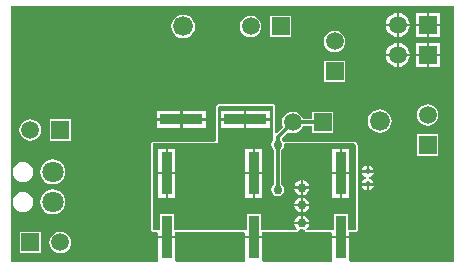
<source format=gbl>
G04 Layer_Physical_Order=2*
G04 Layer_Color=16711680*
%FSLAX24Y24*%
%MOIN*%
G70*
G01*
G75*
%ADD19C,0.0120*%
%ADD20C,0.0661*%
%ADD21C,0.0591*%
%ADD22R,0.0591X0.0591*%
%ADD23R,0.0591X0.0591*%
%ADD24C,0.0709*%
%ADD25C,0.0300*%
%ADD26C,0.0197*%
%ADD27R,0.0358X0.1433*%
%ADD28R,0.1433X0.0358*%
G36*
X14888Y112D02*
X11426D01*
X11379Y120D01*
X11379Y162D01*
Y897D01*
X10821D01*
Y162D01*
X10821Y120D01*
X10774Y112D01*
X8526D01*
X8479Y120D01*
X8479Y162D01*
Y897D01*
X7921D01*
Y162D01*
X7921Y120D01*
X7874Y112D01*
X5626D01*
X5579Y120D01*
X5579Y162D01*
Y897D01*
X5021D01*
Y162D01*
X5021Y120D01*
X4974Y112D01*
X112D01*
Y2092D01*
X162Y2095D01*
X173Y2012D01*
X207Y1931D01*
X261Y1861D01*
X331Y1807D01*
X412Y1773D01*
X500Y1762D01*
X588Y1773D01*
X669Y1807D01*
X739Y1861D01*
X793Y1931D01*
X827Y2012D01*
X838Y2100D01*
X827Y2188D01*
X793Y2269D01*
X739Y2339D01*
X669Y2393D01*
X588Y2427D01*
X500Y2438D01*
X412Y2427D01*
X331Y2393D01*
X261Y2339D01*
X207Y2269D01*
X173Y2188D01*
X162Y2105D01*
X112Y2108D01*
Y3092D01*
X162Y3095D01*
X173Y3012D01*
X207Y2931D01*
X261Y2861D01*
X331Y2807D01*
X412Y2773D01*
X500Y2762D01*
X588Y2773D01*
X669Y2807D01*
X739Y2861D01*
X793Y2931D01*
X827Y3012D01*
X838Y3100D01*
X827Y3188D01*
X793Y3269D01*
X739Y3339D01*
X669Y3393D01*
X588Y3427D01*
X500Y3438D01*
X412Y3427D01*
X331Y3393D01*
X261Y3339D01*
X207Y3269D01*
X173Y3188D01*
X162Y3105D01*
X112Y3108D01*
Y8638D01*
X14888D01*
Y112D01*
D02*
G37*
%LPC*%
G36*
X7035Y5365D02*
X6989Y5346D01*
X6954Y5311D01*
X6935Y5265D01*
X6935Y4150D01*
X6900Y4115D01*
X4850D01*
X4804Y4096D01*
X4785Y4050D01*
Y1150D01*
X4804Y1104D01*
X4850Y1085D01*
X4986D01*
X5021Y1050D01*
Y977D01*
X5579D01*
Y1085D01*
X7886D01*
X7921Y1050D01*
Y977D01*
X8479D01*
Y1085D01*
X9634D01*
X9649Y1091D01*
X9665Y1093D01*
X9671Y1100D01*
X9680Y1104D01*
X9686Y1119D01*
X9696Y1131D01*
X9704Y1158D01*
X9712Y1181D01*
X9760Y1194D01*
X9800Y1186D01*
X9840Y1194D01*
X9888Y1181D01*
X9896Y1158D01*
X9904Y1131D01*
X9914Y1119D01*
X9920Y1104D01*
X9929Y1100D01*
X9935Y1093D01*
X9951Y1091D01*
X9966Y1085D01*
X10786D01*
X10821Y1050D01*
Y977D01*
X11379D01*
Y1085D01*
X11600D01*
X11646Y1104D01*
X11665Y1150D01*
Y4000D01*
X11646Y4046D01*
X11596Y4096D01*
X11550Y4115D01*
X9244Y4115D01*
X9240Y4114D01*
X9237Y4115D01*
X9218Y4104D01*
X9198Y4096D01*
X9166Y4130D01*
X9151Y4151D01*
X9142Y4158D01*
X9138Y4215D01*
X9350Y4427D01*
X9407Y4404D01*
X9500Y4392D01*
X9593Y4404D01*
X9679Y4440D01*
X9753Y4497D01*
X9810Y4571D01*
X9834Y4628D01*
X10145D01*
Y4395D01*
X10855D01*
Y5105D01*
X10145D01*
Y4872D01*
X9834D01*
X9810Y4929D01*
X9753Y5003D01*
X9679Y5060D01*
X9593Y5096D01*
X9500Y5108D01*
X9407Y5096D01*
X9321Y5060D01*
X9247Y5003D01*
X9190Y4929D01*
X9154Y4843D01*
X9142Y4750D01*
X9154Y4657D01*
X9177Y4600D01*
X8961Y4384D01*
X8915Y4403D01*
X8915Y5300D01*
X8896Y5346D01*
X8850Y5365D01*
X7035Y5365D01*
D02*
G37*
G36*
X12400Y5194D02*
X12298Y5181D01*
X12203Y5141D01*
X12121Y5079D01*
X12059Y4997D01*
X12019Y4902D01*
X12006Y4800D01*
X12019Y4698D01*
X12059Y4603D01*
X12121Y4521D01*
X12203Y4459D01*
X12298Y4419D01*
X12400Y4406D01*
X12502Y4419D01*
X12597Y4459D01*
X12679Y4521D01*
X12741Y4603D01*
X12781Y4698D01*
X12794Y4800D01*
X12781Y4902D01*
X12741Y4997D01*
X12679Y5079D01*
X12597Y5141D01*
X12502Y5181D01*
X12400Y5194D01*
D02*
G37*
G36*
X2105Y4855D02*
X1395D01*
Y4145D01*
X2105D01*
Y4855D01*
D02*
G37*
G36*
X750Y4858D02*
X657Y4846D01*
X571Y4810D01*
X497Y4753D01*
X440Y4679D01*
X404Y4593D01*
X392Y4500D01*
X404Y4407D01*
X440Y4321D01*
X497Y4247D01*
X571Y4190D01*
X657Y4154D01*
X750Y4142D01*
X843Y4154D01*
X929Y4190D01*
X1003Y4247D01*
X1060Y4321D01*
X1096Y4407D01*
X1108Y4500D01*
X1096Y4593D01*
X1060Y4679D01*
X1003Y4753D01*
X929Y4810D01*
X843Y4846D01*
X750Y4858D01*
D02*
G37*
G36*
X5747Y5129D02*
X4970D01*
Y4890D01*
X5747D01*
Y5129D01*
D02*
G37*
G36*
X6604D02*
X5827D01*
Y4890D01*
X6604D01*
Y5129D01*
D02*
G37*
G36*
X14000Y5358D02*
X13907Y5346D01*
X13821Y5310D01*
X13747Y5253D01*
X13690Y5179D01*
X13654Y5093D01*
X13642Y5000D01*
X13654Y4907D01*
X13690Y4821D01*
X13747Y4747D01*
X13821Y4690D01*
X13907Y4654D01*
X14000Y4642D01*
X14093Y4654D01*
X14179Y4690D01*
X14253Y4747D01*
X14310Y4821D01*
X14346Y4907D01*
X14358Y5000D01*
X14346Y5093D01*
X14310Y5179D01*
X14253Y5253D01*
X14179Y5310D01*
X14093Y5346D01*
X14000Y5358D01*
D02*
G37*
G36*
X5747Y4810D02*
X4970D01*
Y4571D01*
X5747D01*
Y4810D01*
D02*
G37*
G36*
X6604D02*
X5827D01*
Y4571D01*
X6604D01*
Y4810D01*
D02*
G37*
G36*
X14355Y4355D02*
X13645D01*
Y3645D01*
X14355D01*
Y4355D01*
D02*
G37*
G36*
X1500Y2518D02*
X1392Y2504D01*
X1291Y2462D01*
X1204Y2395D01*
X1138Y2309D01*
X1096Y2208D01*
X1082Y2100D01*
X1096Y1992D01*
X1138Y1891D01*
X1204Y1805D01*
X1291Y1738D01*
X1392Y1696D01*
X1500Y1682D01*
X1608Y1696D01*
X1709Y1738D01*
X1796Y1805D01*
X1862Y1891D01*
X1904Y1992D01*
X1918Y2100D01*
X1904Y2208D01*
X1862Y2309D01*
X1796Y2395D01*
X1709Y2462D01*
X1608Y2504D01*
X1500Y2518D01*
D02*
G37*
G36*
X11960Y2643D02*
X11806D01*
X11813Y2606D01*
X11857Y2540D01*
X11923Y2497D01*
X11960Y2489D01*
Y2643D01*
D02*
G37*
G36*
X1750Y1108D02*
X1657Y1096D01*
X1571Y1060D01*
X1497Y1003D01*
X1440Y929D01*
X1404Y843D01*
X1392Y750D01*
X1404Y657D01*
X1440Y571D01*
X1497Y497D01*
X1571Y440D01*
X1657Y404D01*
X1750Y392D01*
X1843Y404D01*
X1929Y440D01*
X2003Y497D01*
X2060Y571D01*
X2096Y657D01*
X2108Y750D01*
X2096Y843D01*
X2060Y929D01*
X2003Y1003D01*
X1929Y1060D01*
X1843Y1096D01*
X1750Y1108D01*
D02*
G37*
G36*
X1105Y1105D02*
X395D01*
Y395D01*
X1105D01*
Y1105D01*
D02*
G37*
G36*
X12194Y2643D02*
X12040D01*
Y2489D01*
X12077Y2497D01*
X12143Y2540D01*
X12187Y2606D01*
X12194Y2643D01*
D02*
G37*
G36*
X11960Y3311D02*
X11923Y3303D01*
X11857Y3260D01*
X11813Y3194D01*
X11806Y3157D01*
X11960D01*
Y3311D01*
D02*
G37*
G36*
X12040D02*
Y3157D01*
X12194D01*
X12187Y3194D01*
X12143Y3260D01*
X12077Y3303D01*
X12040Y3311D01*
D02*
G37*
G36*
X1500Y3518D02*
X1392Y3504D01*
X1291Y3462D01*
X1204Y3395D01*
X1138Y3309D01*
X1096Y3208D01*
X1082Y3100D01*
X1096Y2992D01*
X1138Y2891D01*
X1204Y2804D01*
X1291Y2738D01*
X1392Y2696D01*
X1500Y2682D01*
X1608Y2696D01*
X1709Y2738D01*
X1796Y2804D01*
X1862Y2891D01*
X1904Y2992D01*
X1918Y3100D01*
X1904Y3208D01*
X1862Y3309D01*
X1796Y3395D01*
X1709Y3462D01*
X1608Y3504D01*
X1500Y3518D01*
D02*
G37*
G36*
X12194Y3077D02*
X11806D01*
X11813Y3039D01*
X11857Y2973D01*
X11923Y2930D01*
X11943Y2925D01*
Y2875D01*
X11923Y2870D01*
X11857Y2827D01*
X11813Y2761D01*
X11806Y2723D01*
X12194D01*
X12187Y2761D01*
X12143Y2827D01*
X12077Y2870D01*
X12057Y2875D01*
Y2925D01*
X12077Y2930D01*
X12143Y2973D01*
X12187Y3039D01*
X12194Y3077D01*
D02*
G37*
G36*
X11255Y6805D02*
X10545D01*
Y6095D01*
X11255D01*
Y6805D01*
D02*
G37*
G36*
X9455Y8305D02*
X8745D01*
Y7595D01*
X9455D01*
Y8305D01*
D02*
G37*
G36*
X13960Y7960D02*
X13605D01*
Y7605D01*
X13960D01*
Y7960D01*
D02*
G37*
G36*
X14395D02*
X14040D01*
Y7605D01*
X14395D01*
Y7960D01*
D02*
G37*
G36*
X10900Y7808D02*
X10807Y7796D01*
X10721Y7760D01*
X10647Y7703D01*
X10590Y7629D01*
X10554Y7543D01*
X10542Y7450D01*
X10554Y7357D01*
X10590Y7271D01*
X10647Y7197D01*
X10721Y7140D01*
X10807Y7104D01*
X10900Y7092D01*
X10993Y7104D01*
X11079Y7140D01*
X11153Y7197D01*
X11210Y7271D01*
X11246Y7357D01*
X11258Y7450D01*
X11246Y7543D01*
X11210Y7629D01*
X11153Y7703D01*
X11079Y7760D01*
X10993Y7796D01*
X10900Y7808D01*
D02*
G37*
G36*
X5850Y8344D02*
X5748Y8331D01*
X5653Y8291D01*
X5571Y8229D01*
X5509Y8147D01*
X5469Y8052D01*
X5456Y7950D01*
X5469Y7848D01*
X5509Y7753D01*
X5571Y7671D01*
X5653Y7609D01*
X5748Y7569D01*
X5850Y7556D01*
X5952Y7569D01*
X6047Y7609D01*
X6129Y7671D01*
X6191Y7753D01*
X6231Y7848D01*
X6244Y7950D01*
X6231Y8052D01*
X6191Y8147D01*
X6129Y8229D01*
X6047Y8291D01*
X5952Y8331D01*
X5850Y8344D01*
D02*
G37*
G36*
X8100Y8308D02*
X8007Y8296D01*
X7921Y8260D01*
X7847Y8203D01*
X7790Y8129D01*
X7754Y8043D01*
X7742Y7950D01*
X7754Y7857D01*
X7790Y7771D01*
X7847Y7697D01*
X7921Y7640D01*
X8007Y7604D01*
X8100Y7592D01*
X8193Y7604D01*
X8279Y7640D01*
X8353Y7697D01*
X8410Y7771D01*
X8446Y7857D01*
X8458Y7950D01*
X8446Y8043D01*
X8410Y8129D01*
X8353Y8203D01*
X8279Y8260D01*
X8193Y8296D01*
X8100Y8308D01*
D02*
G37*
G36*
X13040Y8393D02*
Y8040D01*
X13393D01*
X13385Y8103D01*
X13345Y8199D01*
X13282Y8282D01*
X13199Y8345D01*
X13103Y8385D01*
X13040Y8393D01*
D02*
G37*
G36*
X13960Y8395D02*
X13605D01*
Y8040D01*
X13960D01*
Y8395D01*
D02*
G37*
G36*
X14395D02*
X14040D01*
Y8040D01*
X14395D01*
Y8395D01*
D02*
G37*
G36*
X12960Y7960D02*
X12607D01*
X12615Y7897D01*
X12655Y7801D01*
X12718Y7718D01*
X12801Y7655D01*
X12897Y7615D01*
X12960Y7607D01*
Y7960D01*
D02*
G37*
G36*
X13393D02*
X13040D01*
Y7607D01*
X13103Y7615D01*
X13199Y7655D01*
X13282Y7718D01*
X13345Y7801D01*
X13385Y7897D01*
X13393Y7960D01*
D02*
G37*
G36*
X12960Y8393D02*
X12897Y8385D01*
X12801Y8345D01*
X12718Y8282D01*
X12655Y8199D01*
X12615Y8103D01*
X12607Y8040D01*
X12960D01*
Y8393D01*
D02*
G37*
G36*
X13393Y6960D02*
X13040D01*
Y6607D01*
X13103Y6615D01*
X13199Y6655D01*
X13282Y6718D01*
X13345Y6801D01*
X13385Y6897D01*
X13393Y6960D01*
D02*
G37*
G36*
X13960D02*
X13605D01*
Y6605D01*
X13960D01*
Y6960D01*
D02*
G37*
G36*
X14395D02*
X14040D01*
Y6605D01*
X14395D01*
Y6960D01*
D02*
G37*
G36*
X12960D02*
X12607D01*
X12615Y6897D01*
X12655Y6801D01*
X12718Y6718D01*
X12801Y6655D01*
X12897Y6615D01*
X12960Y6607D01*
Y6960D01*
D02*
G37*
G36*
X13040Y7393D02*
Y7040D01*
X13393D01*
X13385Y7103D01*
X13345Y7199D01*
X13282Y7282D01*
X13199Y7345D01*
X13103Y7385D01*
X13040Y7393D01*
D02*
G37*
G36*
X14395Y7395D02*
X14040D01*
Y7040D01*
X14395D01*
Y7395D01*
D02*
G37*
G36*
X12960Y7393D02*
X12897Y7385D01*
X12801Y7345D01*
X12718Y7282D01*
X12655Y7199D01*
X12615Y7103D01*
X12607Y7040D01*
X12960D01*
Y7393D01*
D02*
G37*
G36*
X13960Y7395D02*
X13605D01*
Y7040D01*
X13960D01*
Y7395D01*
D02*
G37*
%LPD*%
G36*
X8850Y5300D02*
X8850Y4152D01*
X8849Y4151D01*
X8802Y4082D01*
X8786Y4000D01*
X8802Y3918D01*
X8849Y3849D01*
X8878Y3829D01*
Y2671D01*
X8849Y2651D01*
X8802Y2582D01*
X8786Y2500D01*
X8802Y2418D01*
X8849Y2349D01*
X8918Y2302D01*
X9000Y2286D01*
X9082Y2302D01*
X9151Y2349D01*
X9198Y2418D01*
X9214Y2500D01*
X9198Y2582D01*
X9151Y2651D01*
X9122Y2671D01*
Y3829D01*
X9151Y3849D01*
X9198Y3918D01*
X9214Y4000D01*
X9212Y4011D01*
X9244Y4050D01*
X11550Y4050D01*
X11600Y4000D01*
Y1150D01*
X11339D01*
Y1714D01*
X10861D01*
Y1150D01*
X9966D01*
X9951Y1200D01*
X9980Y1220D01*
X10035Y1302D01*
X10047Y1360D01*
X9553D01*
X9565Y1302D01*
X9620Y1220D01*
X9649Y1200D01*
X9634Y1150D01*
X8439D01*
Y1714D01*
X7961D01*
Y1150D01*
X5539D01*
Y1714D01*
X5061D01*
Y1150D01*
X4850D01*
Y4050D01*
X7000D01*
X7000Y5265D01*
X7035Y5300D01*
X8850Y5300D01*
D02*
G37*
%LPC*%
G36*
X9840Y2247D02*
Y2040D01*
X10047D01*
X10035Y2098D01*
X9980Y2180D01*
X9898Y2235D01*
X9840Y2247D01*
D02*
G37*
G36*
X8160Y3023D02*
X7921D01*
Y2246D01*
X8160D01*
Y3023D01*
D02*
G37*
G36*
X8479D02*
X8240D01*
Y2246D01*
X8479D01*
Y3023D01*
D02*
G37*
G36*
X5260D02*
X5021D01*
Y2246D01*
X5260D01*
Y3023D01*
D02*
G37*
G36*
X5579D02*
X5340D01*
Y2246D01*
X5579D01*
Y3023D01*
D02*
G37*
G36*
X9760Y1647D02*
X9702Y1635D01*
X9620Y1580D01*
X9565Y1498D01*
X9553Y1440D01*
X9760D01*
Y1647D01*
D02*
G37*
G36*
X7873Y5129D02*
X7096D01*
Y4890D01*
X7873D01*
Y5129D01*
D02*
G37*
G36*
X8730D02*
X7953D01*
Y4890D01*
X8730D01*
Y5129D01*
D02*
G37*
G36*
X9840Y1647D02*
Y1440D01*
X10047D01*
X10035Y1498D01*
X9980Y1580D01*
X9898Y1635D01*
X9840Y1647D01*
D02*
G37*
G36*
X9760Y2247D02*
X9702Y2235D01*
X9620Y2180D01*
X9565Y2098D01*
X9553Y2040D01*
X9760D01*
Y2247D01*
D02*
G37*
G36*
X10047Y1960D02*
X9840D01*
Y1753D01*
X9898Y1765D01*
X9980Y1820D01*
X10035Y1902D01*
X10047Y1960D01*
D02*
G37*
G36*
X9760D02*
X9553D01*
X9565Y1902D01*
X9620Y1820D01*
X9702Y1765D01*
X9760Y1753D01*
Y1960D01*
D02*
G37*
G36*
X5579Y3880D02*
X5340D01*
Y3103D01*
X5579D01*
Y3880D01*
D02*
G37*
G36*
X5260D02*
X5021D01*
Y3103D01*
X5260D01*
Y3880D01*
D02*
G37*
G36*
X7873Y4810D02*
X7096D01*
Y4571D01*
X7873D01*
Y4810D01*
D02*
G37*
G36*
X8160Y3880D02*
X7921D01*
Y3103D01*
X8160D01*
Y3880D01*
D02*
G37*
G36*
X11379D02*
X11140D01*
Y3103D01*
X11379D01*
Y3880D01*
D02*
G37*
G36*
X11060D02*
X10821D01*
Y3103D01*
X11060D01*
Y3880D01*
D02*
G37*
G36*
X8479D02*
X8240D01*
Y3103D01*
X8479D01*
Y3880D01*
D02*
G37*
G36*
X9760Y2540D02*
X9553D01*
X9565Y2482D01*
X9620Y2400D01*
X9702Y2345D01*
X9760Y2333D01*
Y2540D01*
D02*
G37*
G36*
X11379Y3023D02*
X11140D01*
Y2246D01*
X11379D01*
Y3023D01*
D02*
G37*
G36*
X11060D02*
X10821D01*
Y2246D01*
X11060D01*
Y3023D01*
D02*
G37*
G36*
X10047Y2540D02*
X9840D01*
Y2333D01*
X9898Y2345D01*
X9980Y2400D01*
X10035Y2482D01*
X10047Y2540D01*
D02*
G37*
G36*
X8730Y4810D02*
X7953D01*
Y4571D01*
X8730D01*
Y4810D01*
D02*
G37*
G36*
X9840Y2827D02*
Y2620D01*
X10047D01*
X10035Y2678D01*
X9980Y2760D01*
X9898Y2815D01*
X9840Y2827D01*
D02*
G37*
G36*
X9760D02*
X9702Y2815D01*
X9620Y2760D01*
X9565Y2678D01*
X9553Y2620D01*
X9760D01*
Y2827D01*
D02*
G37*
%LPD*%
D19*
X9000Y2500D02*
Y4000D01*
Y4250D01*
X9500Y4750D01*
X10500D01*
D20*
X12400Y4800D02*
D03*
X5850Y7950D02*
D03*
D21*
X13000Y8000D02*
D03*
Y7000D02*
D03*
X8100Y7950D02*
D03*
X10900Y7450D02*
D03*
X9500Y4750D02*
D03*
X1750Y750D02*
D03*
X14000Y5000D02*
D03*
X750Y4500D02*
D03*
D22*
X14000Y8000D02*
D03*
Y7000D02*
D03*
X9100Y7950D02*
D03*
X10500Y4750D02*
D03*
X750Y750D02*
D03*
X1750Y4500D02*
D03*
D23*
X10900Y6450D02*
D03*
X14000Y4000D02*
D03*
D24*
X1500Y2100D02*
D03*
Y3100D02*
D03*
D25*
X9000Y2500D02*
D03*
Y4000D02*
D03*
X9800Y2580D02*
D03*
Y2000D02*
D03*
Y1400D02*
D03*
D26*
X12000Y3117D02*
D03*
Y2683D02*
D03*
D27*
X11100Y937D02*
D03*
Y3063D02*
D03*
X8200Y937D02*
D03*
Y3063D02*
D03*
X5300Y937D02*
D03*
Y3063D02*
D03*
D28*
X5787Y4850D02*
D03*
X7913D02*
D03*
M02*

</source>
